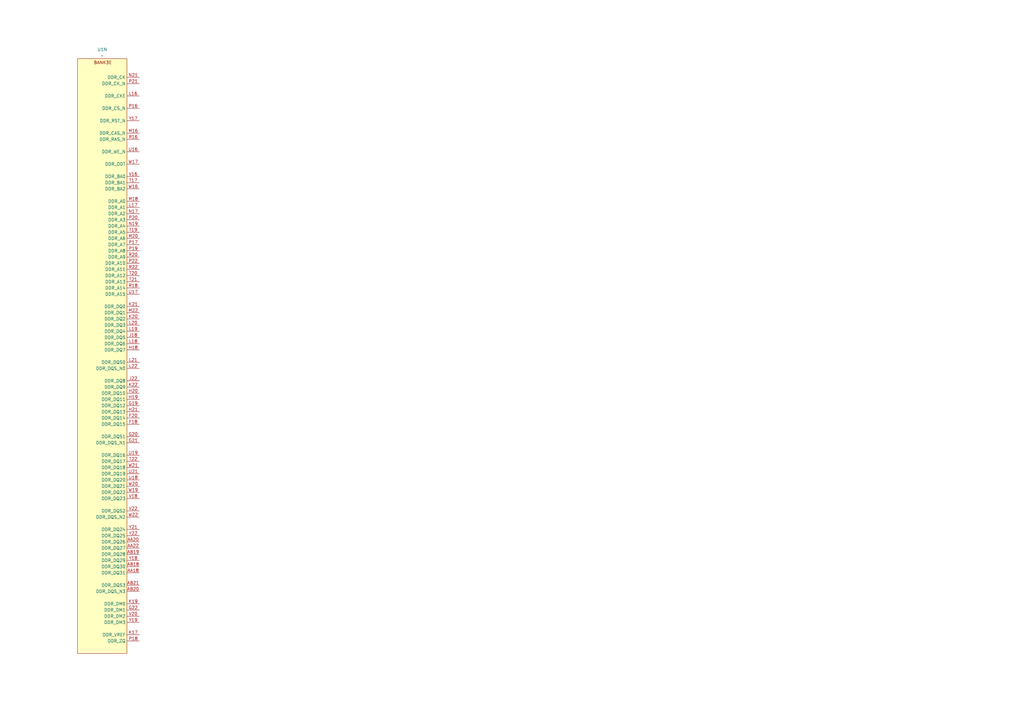
<source format=kicad_sch>
(kicad_sch (version 20231120) (generator "eeschema") (generator_version "8.0")
  (paper "A3")
  (lib_symbols
    (symbol "IC:T120F484"
      (property "Reference" "U" (at 3.81 -0.508 0))
      (symbol "T120F484_1_1"
        (rectangle (start 5.08 0) (end 20.32 -160.02) (fill (type background)))
        (text "GND" (at 12.7 -1.27 0) (effects (font (size 1.27 1.27))))
        (pin passive line (at 0 -2.54 0) (length 5.08) (name "GND") (number "A1"))
        (pin passive line (at 0 -5.08 0) (length 5.08) (name "GND") (number "A22"))
        (pin passive line (at 0 -7.62 0) (length 5.08) (name "GND") (number "AB1"))
        (pin passive line (at 0 -10.16 0) (length 5.08) (name "GND") (number "AB22"))
        (pin passive line (at 0 -12.7 0) (length 5.08) (name "GND") (number "B12"))
        (pin passive line (at 0 -15.24 0) (length 5.08) (name "GND") (number "B4"))
        (pin passive line (at 0 -17.78 0) (length 5.08) (name "GND") (number "D13"))
        (pin passive line (at 0 -20.32 0) (length 5.08) (name "GND") (number "D16"))
        (pin passive line (at 0 -22.86 0) (length 5.08) (name "GND") (number "D4"))
        (pin passive line (at 0 -25.4 0) (length 5.08) (name "GND") (number "D7"))
        (pin passive line (at 0 -27.94 0) (length 5.08) (name "GND") (number "E18"))
        (pin passive line (at 0 -30.48 0) (length 5.08) (name "GND") (number "E20"))
        (pin passive line (at 0 -33.02 0) (length 5.08) (name "GND") (number "F22"))
        (pin passive line (at 0 -35.56 0) (length 5.08) (name "GND") (number "H15"))
        (pin passive line (at 0 -38.1 0) (length 5.08) (name "GND") (number "H17"))
        (pin passive line (at 0 -40.64 0) (length 5.08) (name "GND") (number "H2"))
        (pin passive line (at 0 -43.18 0) (length 5.08) (name "GND") (number "H22"))
        (pin passive line (at 0 -45.72 0) (length 5.08) (name "GND") (number "H5"))
        (pin passive line (at 0 -48.26 0) (length 5.08) (name "GND") (number "J10"))
        (pin passive line (at 0 -50.8 0) (length 5.08) (name "GND") (number "J12"))
        (pin passive line (at 0 -53.34 0) (length 5.08) (name "GND") (number "J14"))
        (pin passive line (at 0 -55.88 0) (length 5.08) (name "GND") (number "J20"))
        (pin passive line (at 0 -58.42 0) (length 5.08) (name "GND") (number "K11"))
        (pin passive line (at 0 -60.96 0) (length 5.08) (name "GND") (number "K13"))
        (pin passive line (at 0 -63.5 0) (length 5.08) (name "GND") (number "K16"))
        (pin passive line (at 0 -66.04 0) (length 5.08) (name "GND") (number "K18"))
        (pin passive line (at 0 -68.58 0) (length 5.08) (name "GND") (number "K9"))
        (pin passive line (at 0 -71.12 0) (length 5.08) (name "GND") (number "L10"))
        (pin passive line (at 0 -73.66 0) (length 5.08) (name "GND") (number "L12"))
        (pin passive line (at 0 -76.2 0) (length 5.08) (name "GND") (number "L14"))
        (pin passive line (at 0 -78.74 0) (length 5.08) (name "GND") (number "L8"))
        (pin passive line (at 0 -81.28 0) (length 5.08) (name "GND") (number "M11"))
        (pin passive line (at 0 -83.82 0) (length 5.08) (name "GND") (number "M13"))
        (pin passive line (at 0 -86.36 0) (length 5.08) (name "GND") (number "M2"))
        (pin passive line (at 0 -88.9 0) (length 5.08) (name "GND") (number "M5"))
        (pin passive line (at 0 -91.44 0) (length 5.08) (name "GND") (number "M9"))
        (pin passive line (at 0 -93.98 0) (length 5.08) (name "GND") (number "N10"))
        (pin passive line (at 0 -96.52 0) (length 5.08) (name "GND") (number "N12"))
        (pin passive line (at 0 -99.06 0) (length 5.08) (name "GND") (number "N14"))
        (pin passive line (at 0 -101.6 0) (length 5.08) (name "GND") (number "N16"))
        (pin passive line (at 0 -104.14 0) (length 5.08) (name "GND") (number "N18"))
        (pin passive line (at 0 -106.68 0) (length 5.08) (name "GND") (number "N20"))
        (pin passive line (at 0 -109.22 0) (length 5.08) (name "GND") (number "N22"))
        (pin passive line (at 0 -111.76 0) (length 5.08) (name "GND") (number "N8"))
        (pin passive line (at 0 -114.3 0) (length 5.08) (name "GND") (number "P11"))
        (pin passive line (at 0 -116.84 0) (length 5.08) (name "GND") (number "P13"))
        (pin passive line (at 0 -119.38 0) (length 5.08) (name "GND") (number "P9"))
        (pin passive line (at 0 -121.92 0) (length 5.08) (name "GND") (number "T16"))
        (pin passive line (at 0 -124.46 0) (length 5.08) (name "GND") (number "T18"))
        (pin passive line (at 0 -127 0) (length 5.08) (name "GND") (number "T2"))
        (pin passive line (at 0 -129.54 0) (length 5.08) (name "GND") (number "T5"))
        (pin passive line (at 0 -132.08 0) (length 5.08) (name "GND") (number "T7"))
        (pin passive line (at 0 -134.62 0) (length 5.08) (name "GND") (number "U20"))
        (pin passive line (at 0 -137.16 0) (length 5.08) (name "GND") (number "U22"))
        (pin passive line (at 0 -139.7 0) (length 5.08) (name "GND") (number "W13"))
        (pin passive line (at 0 -142.24 0) (length 5.08) (name "GND") (number "W18"))
        (pin passive line (at 0 -144.78 0) (length 5.08) (name "GND") (number "Y11"))
        (pin passive line (at 0 -147.32 0) (length 5.08) (name "GND") (number "Y15"))
        (pin passive line (at 0 -149.86 0) (length 5.08) (name "GND") (number "Y2"))
        (pin passive line (at 0 -152.4 0) (length 5.08) (name "GND") (number "Y20"))
        (pin passive line (at 0 -154.94 0) (length 5.08) (name "GND") (number "Y5"))
        (pin passive line (at 0 -157.48 0) (length 5.08) (name "GND") (number "Y8"))
      )
      (symbol "T120F484_2_1"
        (rectangle (start -8.89 -3.81) (end 16.51 -160.02) (fill (type background)))
        (text "PWR" (at 3.81 -5.588 0) (effects (font (size 1.27 1.27))))
        (pin power_in line (at -13.97 -134.62 0) (length 5.08) (name "VCCIO4B") (number "AA14"))
        (pin power_in line (at -13.97 -24.13 0) (length 5.08) (name "VCCIO_DDR") (number "AA17"))
        (pin power_in line (at -13.97 -26.67 0) (length 5.08) (name "VCCIO_DDR") (number "AA19"))
        (pin power_in line (at -13.97 -29.21 0) (length 5.08) (name "VCCIO_DDR") (number "AA21"))
        (pin power_in line (at -13.97 -154.94 0) (length 5.08) (name "VCCIO4F") (number "AA4"))
        (pin power_in line (at -13.97 -124.46 0) (length 5.08) (name "VCCIO3D_TR_BR") (number "B18"))
        (pin power_in line (at -13.97 -93.98 0) (length 5.08) (name "VCCIO2A") (number "B3"))
        (pin power_in line (at -13.97 -114.3 0) (length 5.08) (name "VCCIO2E") (number "C14"))
        (pin power_in line (at -13.97 -119.38 0) (length 5.08) (name "VCCIO2F") (number "C17"))
        (pin power_in line (at -13.97 -127 0) (length 5.08) (name "VCCIO3D_TR_BR") (number "C20"))
        (pin power_in line (at -13.97 -99.06 0) (length 5.08) (name "VCCIO2B") (number "C8"))
        (pin power_in line (at -13.97 -104.14 0) (length 5.08) (name "VCCIO2C") (number "C9"))
        (pin power_in line (at -13.97 -109.22 0) (length 5.08) (name "VCCIO2D") (number "D12"))
        (pin power_in line (at -13.97 -16.51 0) (length 5.08) (name "VCCA_TR") (number "D17"))
        (pin power_in line (at -13.97 -96.52 0) (length 5.08) (name "VCCIO2A") (number "D3"))
        (pin power_in line (at -13.97 -13.97 0) (length 5.08) (name "VCCA_TL") (number "D5"))
        (pin power_in line (at -13.97 -101.6 0) (length 5.08) (name "VCCIO2B") (number "D6"))
        (pin power_in line (at -13.97 -19.05 0) (length 5.08) (name "VCCA_TR") (number "E17"))
        (pin power_in line (at -13.97 -111.76 0) (length 5.08) (name "VCCIO2D") (number "F11"))
        (pin power_in line (at -13.97 -116.84 0) (length 5.08) (name "VCCIO2E") (number "F14"))
        (pin power_in line (at -13.97 -31.75 0) (length 5.08) (name "VCCIO_DDR") (number "F19"))
        (pin power_in line (at -13.97 -88.9 0) (length 5.08) (name "VCCIO1F_1G") (number "F2"))
        (pin power_in line (at -13.97 -34.29 0) (length 5.08) (name "VCCIO_DDR") (number "F21"))
        (pin power_in line (at -13.97 -91.44 0) (length 5.08) (name "VCCIO1F_1G") (number "F3"))
        (pin power_in line (at -13.97 -106.68 0) (length 5.08) (name "VCCIO2C") (number "F9"))
        (pin power_in line (at -13.97 -121.92 0) (length 5.08) (name "VCCIO2F") (number "G16"))
        (pin power_in line (at -13.97 -36.83 0) (length 5.08) (name "VCCIO_DDR") (number "G18"))
        (pin power_in line (at 21.59 -6.35 180) (length 5.08) (name "VCC") (number "H10"))
        (pin power_in line (at 21.59 -8.89 180) (length 5.08) (name "VCC") (number "J11"))
        (pin power_in line (at 21.59 -11.43 180) (length 5.08) (name "VCC") (number "J13"))
        (pin power_in line (at 21.59 -13.97 180) (length 5.08) (name "VCC") (number "J15"))
        (pin power_in line (at -13.97 -39.37 0) (length 5.08) (name "VCCIO_DDR") (number "J17"))
        (pin power_in line (at -13.97 -41.91 0) (length 5.08) (name "VCCIO_DDR") (number "J19"))
        (pin power_in line (at -13.97 -44.45 0) (length 5.08) (name "VCCIO_DDR") (number "J21"))
        (pin power_in line (at -13.97 -83.82 0) (length 5.08) (name "VCCIO1D_1E") (number "J6"))
        (pin power_in line (at 21.59 -16.51 180) (length 5.08) (name "VCC") (number "J9"))
        (pin power_in line (at 21.59 -19.05 180) (length 5.08) (name "VCC") (number "K10"))
        (pin power_in line (at 21.59 -21.59 180) (length 5.08) (name "VCC") (number "K12"))
        (pin power_in line (at 21.59 -24.13 180) (length 5.08) (name "VCC") (number "K14"))
        (pin power_in line (at -13.97 -86.36 0) (length 5.08) (name "VCCIO1D_1E") (number "K3"))
        (pin power_in line (at 21.59 -26.67 180) (length 5.08) (name "VCC") (number "L11"))
        (pin power_in line (at 21.59 -29.21 180) (length 5.08) (name "VCC") (number "L13"))
        (pin power_in line (at 21.59 -31.75 180) (length 5.08) (name "VCC") (number "L9"))
        (pin power_in line (at 21.59 -34.29 180) (length 5.08) (name "VCC") (number "M10"))
        (pin power_in line (at 21.59 -36.83 180) (length 5.08) (name "VCC") (number "M12"))
        (pin power_in line (at 21.59 -39.37 180) (length 5.08) (name "VCC") (number "M14"))
        (pin power_in line (at -13.97 -46.99 0) (length 5.08) (name "VCCIO_DDR") (number "M17"))
        (pin power_in line (at -13.97 -49.53 0) (length 5.08) (name "VCCIO_DDR") (number "M19"))
        (pin power_in line (at -13.97 -52.07 0) (length 5.08) (name "VCCIO_DDR") (number "M21"))
        (pin power_in line (at 21.59 -41.91 180) (length 5.08) (name "VCC") (number "M8"))
        (pin power_in line (at 21.59 -44.45 180) (length 5.08) (name "VCC") (number "N11"))
        (pin power_in line (at 21.59 -46.99 180) (length 5.08) (name "VCC") (number "N13"))
        (pin power_in line (at -13.97 -8.89 0) (length 5.08) (name "VCCA_BR") (number "N15"))
        (pin power_in line (at -13.97 -76.2 0) (length 5.08) (name "VCCIO1B_1C") (number "N3"))
        (pin power_in line (at -13.97 -78.74 0) (length 5.08) (name "VCCIO1B_1C") (number "N6"))
        (pin power_in line (at 21.59 -49.53 180) (length 5.08) (name "VCC") (number "N9"))
        (pin power_in line (at 21.59 -52.07 180) (length 5.08) (name "VCC") (number "P10"))
        (pin power_in line (at 21.59 -54.61 180) (length 5.08) (name "VCC") (number "P12"))
        (pin power_in line (at 21.59 -57.15 180) (length 5.08) (name "VCC") (number "P14"))
        (pin power_in line (at -13.97 -11.43 0) (length 5.08) (name "VCCA_BR") (number "P15"))
        (pin power_in line (at 21.59 -59.69 180) (length 5.08) (name "VCC") (number "R11"))
        (pin power_in line (at -13.97 -54.61 0) (length 5.08) (name "VCCIO_DDR") (number "R17"))
        (pin power_in line (at -13.97 -57.15 0) (length 5.08) (name "VCCIO_DDR") (number "R19"))
        (pin power_in line (at -13.97 -59.69 0) (length 5.08) (name "VCCIO_DDR") (number "R21"))
        (pin power_in line (at -13.97 -81.28 0) (length 5.08) (name "VCCIO1B_1C") (number "R5"))
        (pin power_in line (at -13.97 -149.86 0) (length 5.08) (name "VCCIO4E") (number "R9"))
        (pin power_in line (at -13.97 -139.7 0) (length 5.08) (name "VCCIO4C") (number "T11"))
        (pin power_in line (at -13.97 -144.78 0) (length 5.08) (name "VCCIO4D") (number "T9"))
        (pin power_in line (at -13.97 -129.54 0) (length 5.08) (name "VCCIO4A") (number "U15"))
        (pin power_in line (at -13.97 -73.66 0) (length 5.08) (name "VCCIO1A") (number "U3"))
        (pin power_in line (at -13.97 -137.16 0) (length 5.08) (name "VCCIO4B") (number "V13"))
        (pin power_in line (at -13.97 -62.23 0) (length 5.08) (name "VCCIO_DDR") (number "V17"))
        (pin power_in line (at -13.97 -64.77 0) (length 5.08) (name "VCCIO_DDR") (number "V19"))
        (pin power_in line (at -13.97 -67.31 0) (length 5.08) (name "VCCIO_DDR") (number "V21"))
        (pin power_in line (at -13.97 -6.35 0) (length 5.08) (name "VCCA_BL") (number "W5"))
        (pin power_in line (at -13.97 -152.4 0) (length 5.08) (name "VCCIO4E") (number "W7"))
        (pin power_in line (at -13.97 -142.24 0) (length 5.08) (name "VCCIO4C") (number "Y12"))
        (pin power_in line (at -13.97 -132.08 0) (length 5.08) (name "VCCIO4A") (number "Y16"))
        (pin power_in line (at -13.97 -157.48 0) (length 5.08) (name "VCCIO4F") (number "Y3"))
        (pin power_in line (at -13.97 -147.32 0) (length 5.08) (name "VCCIO4D") (number "Y9"))
      )
      (symbol "T120F484_3_1"
        (rectangle (start 5.08 0) (end 33.02 -40.64) (fill (type background)))
        (text "BANK1A" (at 19.558 -1.27 0) (effects (font (size 1.27 1.27))))
        (pin input line (at 0 -30.48 0) (length 5.08) (name "TCK") (number "T1"))
        (pin output line (at 0 -35.56 0) (length 5.08) (name "TDO") (number "T3"))
        (pin bidirectional line (at 0 -27.94 0) (length 5.08) (name "GPIOL_13_CBUS2") (number "T4"))
        (pin input line (at 0 -38.1 0) (length 5.08) (name "TMS") (number "U1"))
        (pin input line (at 0 -33.02 0) (length 5.08) (name "TDI") (number "U2"))
        (pin bidirectional line (at 0 -22.86 0) (length 5.08) (name "GPIOL_11_CBUS0") (number "U4"))
        (pin bidirectional line (at 0 -15.24 0) (length 5.08) (name "GPIOL_05_CSO") (number "U5"))
        (pin bidirectional line (at 0 -25.4 0) (length 5.08) (name "GPIOL_12_CBUS1") (number "U6"))
        (pin bidirectional line (at 0 -20.32 0) (length 5.08) (name "GPIOL_09_CDI1") (number "V1"))
        (pin bidirectional line (at 0 -17.78 0) (length 5.08) (name "GPIOL_08_CDI0") (number "V2"))
        (pin bidirectional line (at 0 -7.62 0) (length 5.08) (name "GPIOL_00_SS_N") (number "V3"))
        (pin input line (at 0 -5.08 0) (length 5.08) (name "CRESET_N") (number "V4"))
        (pin output line (at 0 -2.54 0) (length 5.08) (name "CDONE") (number "V5"))
        (pin bidirectional line (at 0 -12.7 0) (length 5.08) (name "GPIOL_04_CSI") (number "V6"))
        (pin bidirectional line (at 0 -10.16 0) (length 5.08) (name "GPIOL_01_CCK") (number "W1"))
      )
      (symbol "T120F484_4_1"
        (rectangle (start 5.08 3.81) (end 30.48 -73.66) (fill (type background)))
        (text "BANK1B1C" (at 19.05 1.778 0) (effects (font (size 1.27 1.27))))
        (pin bidirectional line (at 0 -68.58 0) (length 5.08) (name "GPIOL_68_CLK2") (number "L1"))
        (pin bidirectional line (at 0 -71.12 0) (length 5.08) (name "GPIOL_69_CLK3") (number "L2"))
        (pin bidirectional line (at 0 -60.96 0) (length 5.08) (name "GPIOL_65_CTRL3") (number "M1"))
        (pin bidirectional line (at 0 -66.04 0) (length 5.08) (name "GPIOL_67_CLK1") (number "M3"))
        (pin bidirectional line (at 0 -58.42 0) (length 5.08) (name "GPIOL_64_CTRL2") (number "M4"))
        (pin bidirectional line (at 0 -63.5 0) (length 5.08) (name "GPIOL_66_CLK0") (number "M6"))
        (pin bidirectional line (at 0 -50.8 0) (length 5.08) (name "GPIOL_58") (number "M7"))
        (pin bidirectional line (at 0 -53.34 0) (length 5.08) (name "GPIOL_62_CTRL0") (number "N1"))
        (pin bidirectional line (at 0 -55.88 0) (length 5.08) (name "GPIOL_63_CTRL1") (number "N2"))
        (pin bidirectional line (at 0 -48.26 0) (length 5.08) (name "GPIOL_56") (number "N4"))
        (pin bidirectional line (at 0 -45.72 0) (length 5.08) (name "GPIOL_53") (number "N5"))
        (pin bidirectional line (at 0 -27.94 0) (length 5.08) (name "GPIOL_40") (number "N7"))
        (pin bidirectional line (at 0 -43.18 0) (length 5.08) (name "GPIOL_52") (number "P1"))
        (pin bidirectional line (at 0 -38.1 0) (length 5.08) (name "GPIOL_50") (number "P2"))
        (pin bidirectional line (at 0 -40.64 0) (length 5.08) (name "GPIOL_51") (number "P3"))
        (pin bidirectional line (at 0 -25.4 0) (length 5.08) (name "GPIOL_36") (number "P4"))
        (pin bidirectional line (at 0 -33.02 0) (length 5.08) (name "GPIOL_47") (number "P5"))
        (pin bidirectional line (at 0 -30.48 0) (length 5.08) (name "GPIOL_45") (number "P6"))
        (pin bidirectional line (at 0 -22.86 0) (length 5.08) (name "GPIOL_24_CDI7") (number "P7"))
        (pin bidirectional line (at 0 -20.32 0) (length 5.08) (name "GPIOL_22_CDI6") (number "P8"))
        (pin bidirectional line (at 0 -35.56 0) (length 5.08) (name "GPIOL_49") (number "R1"))
        (pin bidirectional line (at 0 -5.08 0) (length 5.08) (name "GPIOL_15_PLLIN0") (number "R2"))
        (pin bidirectional line (at 0 -10.16 0) (length 5.08) (name "GPIOL_17_EXTFB0") (number "R3"))
        (pin bidirectional line (at 0 -15.24 0) (length 5.08) (name "GPIOL_19_PLLIN1") (number "R4"))
        (pin bidirectional line (at 0 -17.78 0) (length 5.08) (name "GPIOL_20_CDI5") (number "R6"))
        (pin bidirectional line (at 0 -12.7 0) (length 5.08) (name "GPIOL_18_CDI4") (number "R7"))
        (pin bidirectional line (at 0 -7.62 0) (length 5.08) (name "GPIOL_16_CDI3") (number "R8"))
        (pin bidirectional line (at 0 -2.54 0) (length 5.08) (name "GPIOL_14_CDI2") (number "T6"))
      )
      (symbol "T120F484_5_1"
        (rectangle (start 5.08 5.08) (end 26.67 -48.26) (fill (type background)))
        (text "BANK1D1E" (at 16.256 2.794 0) (effects (font (size 1.27 1.27))))
        (pin bidirectional line (at 0 -45.72 0) (length 5.08) (name "GPIOL_117") (number "J2"))
        (pin bidirectional line (at 0 -38.1 0) (length 5.08) (name "GPIOL_91") (number "J3"))
        (pin bidirectional line (at 0 -33.02 0) (length 5.08) (name "GPIOL_88") (number "J4"))
        (pin bidirectional line (at 0 -27.94 0) (length 5.08) (name "GPIOL_85") (number "J5"))
        (pin bidirectional line (at 0 -40.64 0) (length 5.08) (name "GPIOL_115") (number "J7"))
        (pin bidirectional line (at 0 -43.18 0) (length 5.08) (name "GPIOL_116") (number "J8"))
        (pin bidirectional line (at 0 -30.48 0) (length 5.08) (name "GPIOL_87") (number "K1"))
        (pin bidirectional line (at 0 -35.56 0) (length 5.08) (name "GPIOL_89") (number "K2"))
        (pin bidirectional line (at 0 -22.86 0) (length 5.08) (name "GPIOL_79") (number "K4"))
        (pin bidirectional line (at 0 -25.4 0) (length 5.08) (name "GPIOL_81") (number "K5"))
        (pin bidirectional line (at 0 -20.32 0) (length 5.08) (name "GPIOL_77_CTRL7") (number "K6"))
        (pin bidirectional line (at 0 -17.78 0) (length 5.08) (name "GPIOL_76_CTRL6") (number "K7"))
        (pin bidirectional line (at 0 -15.24 0) (length 5.08) (name "GPIOL_75_CTRL5") (number "K8"))
        (pin bidirectional line (at 0 -10.16 0) (length 5.08) (name "GPIOL_73_CLK7") (number "L3"))
        (pin bidirectional line (at 0 -12.7 0) (length 5.08) (name "GPIOL_74_CTRL4") (number "L4"))
        (pin bidirectional line (at 0 -5.08 0) (length 5.08) (name "GPIOL_71_CLK5") (number "L5"))
        (pin bidirectional line (at 0 -7.62 0) (length 5.08) (name "GPIOL_72_CLK6") (number "L6"))
        (pin bidirectional line (at 0 -2.54 0) (length 5.08) (name "GPIOL_70_CLK4") (number "L7"))
      )
      (symbol "T120F484_6_1"
        (rectangle (start 5.08 3.81) (end 33.02 -50.8) (fill (type background)))
        (text "BANK1F1G" (at 18.796 2.54 0) (effects (font (size 1.27 1.27))))
        (pin bidirectional line (at 0 -39.37 0) (length 5.08) (name "GPIOL_157_CBSEL1") (number "E2"))
        (pin bidirectional line (at 0 -41.91 0) (length 5.08) (name "GPIOL_160_PLLIN1") (number "E3"))
        (pin bidirectional line (at 0 -46.99 0) (length 5.08) (name "GPIOL_164_PLLIN0") (number "E4"))
        (pin bidirectional line (at 0 -44.45 0) (length 5.08) (name "GPIOL_162_EXTFB") (number "E5"))
        (pin bidirectional line (at 0 -34.29 0) (length 5.08) (name "GPIOL_151_TEST_N") (number "F1"))
        (pin bidirectional line (at 0 -36.83 0) (length 5.08) (name "GPIOL_156_CBSEL0") (number "F4"))
        (pin bidirectional line (at 0 -31.75 0) (length 5.08) (name "GPIOL_150_NSTATUS") (number "F5"))
        (pin bidirectional line (at 0 -19.05 0) (length 5.08) (name "GPIOL_136") (number "G1"))
        (pin bidirectional line (at 0 -26.67 0) (length 5.08) (name "GPIOL_142") (number "G2"))
        (pin bidirectional line (at 0 -24.13 0) (length 5.08) (name "GPIOL_141") (number "G3"))
        (pin bidirectional line (at 0 -21.59 0) (length 5.08) (name "GPIOL_138") (number "G4"))
        (pin bidirectional line (at 0 -29.21 0) (length 5.08) (name "GPIOL_147") (number "G5"))
        (pin bidirectional line (at 0 -16.51 0) (length 5.08) (name "GPIOL_134") (number "G6"))
        (pin bidirectional line (at 0 -13.97 0) (length 5.08) (name "GPIOL_133") (number "H1"))
        (pin bidirectional line (at 0 -11.43 0) (length 5.08) (name "GPIOL_131") (number "H3"))
        (pin bidirectional line (at 0 -6.35 0) (length 5.08) (name "GPIOL_121") (number "H4"))
        (pin bidirectional line (at 0 -8.89 0) (length 5.08) (name "GPIOL_123") (number "H6"))
        (pin bidirectional line (at 0 -3.81 0) (length 5.08) (name "GPIOL_119") (number "J1"))
      )
      (symbol "T120F484_7_1"
        (rectangle (start 5.08 3.81) (end 25.4 -39.37) (fill (type background)))
        (text "BANK2A" (at 16.256 2.794 0) (effects (font (size 1.27 1.27))))
        (pin bidirectional line (at 0 -21.59 0) (length 5.08) (name "GPIOT_TXP05") (number "A2"))
        (pin bidirectional line (at 0 -29.21 0) (length 5.08) (name "GPIOT_TXN06") (number "A3"))
        (pin bidirectional line (at 0 -26.67 0) (length 5.08) (name "GPIOT_TXP06") (number "A4"))
        (pin bidirectional line (at 0 -31.75 0) (length 5.08) (name "GPIOT_TXP07") (number "A5"))
        (pin bidirectional line (at 0 -19.05 0) (length 5.08) (name "GPIOT_TXN04") (number "B1"))
        (pin bidirectional line (at 0 -24.13 0) (length 5.08) (name "GPIOT_TXN05") (number "B2"))
        (pin bidirectional line (at 0 -34.29 0) (length 5.08) (name "GPIOT_TXN07") (number "B5"))
        (pin bidirectional line (at 0 -16.51 0) (length 5.08) (name "GPIOT_TXP04") (number "C1"))
        (pin bidirectional line (at 0 -8.89 0) (length 5.08) (name "GPIOT_TXN02") (number "C2"))
        (pin bidirectional line (at 0 -11.43 0) (length 5.08) (name "GPIOT_TXP03") (number "C3"))
        (pin bidirectional line (at 0 -13.97 0) (length 5.08) (name "GPIOT_TXN03") (number "C4"))
        (pin passive line (at 0 -36.83 0) (length 5.08) (name "REF_RES_2A") (number "C5"))
        (pin bidirectional line (at 0 -1.27 0) (length 5.08) (name "GPIOT_TXP01") (number "D1"))
        (pin bidirectional line (at 0 -6.35 0) (length 5.08) (name "GPIOT_TXP02") (number "D2"))
        (pin bidirectional line (at 0 -3.81 0) (length 5.08) (name "GPIOT_TXN01") (number "E1"))
      )
      (symbol "T120F484_8_1"
        (rectangle (start 6.35 2.54) (end 27.94 -46.99) (fill (type background)))
        (text "BANK2B" (at 17.78 0.762 0) (effects (font (size 1.27 1.27))))
        (pin bidirectional line (at 1.27 -13.97 0) (length 5.08) (name "GPIOT_TXP12") (number "A6"))
        (pin bidirectional line (at 1.27 -24.13 0) (length 5.08) (name "GPIOT_TXP14") (number "A7"))
        (pin bidirectional line (at 1.27 -41.91 0) (length 5.08) (name "GPIOT_TXN18") (number "A8"))
        (pin bidirectional line (at 1.27 -16.51 0) (length 5.08) (name "GPIOT_TXN12") (number "B6"))
        (pin bidirectional line (at 1.27 -26.67 0) (length 5.08) (name "GPIOT_TXN14") (number "B7"))
        (pin bidirectional line (at 1.27 -39.37 0) (length 5.08) (name "GPIOT_TXP18") (number "B8"))
        (pin bidirectional line (at 1.27 -3.81 0) (length 5.08) (name "GPIOT_TXP10") (number "C6"))
        (pin bidirectional line (at 1.27 -6.35 0) (length 5.08) (name "GPIOT_TXN10") (number "C7"))
        (pin passive line (at 1.27 -44.45 0) (length 5.08) (name "REF_RES_2B") (number "D8"))
        (pin bidirectional line (at 1.27 -11.43 0) (length 5.08) (name "GPIOT_TXN11") (number "E6"))
        (pin bidirectional line (at 1.27 -19.05 0) (length 5.08) (name "GPIOT_TXP13") (number "E7"))
        (pin bidirectional line (at 1.27 -34.29 0) (length 5.08) (name "GPIOT_TXP16") (number "E8"))
        (pin bidirectional line (at 1.27 -8.89 0) (length 5.08) (name "GPIOT_TXP11") (number "F6"))
        (pin bidirectional line (at 1.27 -21.59 0) (length 5.08) (name "GPIOT_TXN13") (number "F7"))
        (pin bidirectional line (at 1.27 -36.83 0) (length 5.08) (name "GPIOT_TXN16") (number "F8"))
        (pin bidirectional line (at 1.27 -29.21 0) (length 5.08) (name "GPIOT_TXP15") (number "G7"))
        (pin bidirectional line (at 1.27 -31.75 0) (length 5.08) (name "GPIOT_TXN15") (number "H7"))
      )
      (symbol "T120F484_9_1"
        (rectangle (start 5.08 2.54) (end 25.4 -41.91) (fill (type background)))
        (text "BANK2C" (at 15.494 0.508 0) (effects (font (size 1.27 1.27))))
        (pin bidirectional line (at 0 -29.21 0) (length 5.08) (name "GPIOT_TXP25") (number "A10"))
        (pin bidirectional line (at 0 -19.05 0) (length 5.08) (name "GPIOT_TXP23") (number "A9"))
        (pin bidirectional line (at 0 -31.75 0) (length 5.08) (name "GPIOT_TXN25") (number "B10"))
        (pin bidirectional line (at 0 -21.59 0) (length 5.08) (name "GPIOT_TXN23") (number "B9"))
        (pin passive line (at 0 -39.37 0) (length 5.08) (name "REF_RES_2C") (number "C10"))
        (pin bidirectional line (at 0 -24.13 0) (length 5.08) (name "GPIOT_TXP24") (number "D10"))
        (pin bidirectional line (at 0 -11.43 0) (length 5.08) (name "GPIOT_TXN21") (number "D9"))
        (pin bidirectional line (at 0 -26.67 0) (length 5.08) (name "GPIOT_TXN24") (number "E10"))
        (pin bidirectional line (at 0 -8.89 0) (length 5.08) (name "GPIOT_TXP21") (number "E9"))
        (pin bidirectional line (at 0 -34.29 0) (length 5.08) (name "GPIOT_TXP26") (number "F10"))
        (pin bidirectional line (at 0 -36.83 0) (length 5.08) (name "GPIOT_TXN26") (number "G10"))
        (pin bidirectional line (at 0 -6.35 0) (length 5.08) (name "GPIOT_TXN20") (number "G8"))
        (pin bidirectional line (at 0 -13.97 0) (length 5.08) (name "GPIOT_TXP22") (number "G9"))
        (pin bidirectional line (at 0 -3.81 0) (length 5.08) (name "GPIOT_TXP20") (number "H8"))
        (pin bidirectional line (at 0 -16.51 0) (length 5.08) (name "GPIOT_TXN22") (number "H9"))
      )
      (symbol "T120F484_10_1"
        (rectangle (start 5.08 0) (end 30.48 -36.83) (fill (type background)))
        (text "BANK2D" (at 17.78 -1.524 0) (effects (font (size 1.27 1.27))))
        (pin bidirectional line (at 0 -6.35 0) (length 5.08) (name "GPIOT_RXP01") (number "A11"))
        (pin bidirectional line (at 0 -8.89 0) (length 5.08) (name "GPIOT_TXN01") (number "B11"))
        (pin bidirectional line (at 0 -21.59 0) (length 5.08) (name "GPIOT_RXP04") (number "C11"))
        (pin bidirectional line (at 0 -24.13 0) (length 5.08) (name "GPIOT_RXN04") (number "C12"))
        (pin bidirectional line (at 0 -13.97 0) (length 5.08) (name "GPIOT_RXN02") (number "D11"))
        (pin bidirectional line (at 0 -11.43 0) (length 5.08) (name "GPIOT_RXP02") (number "E11"))
        (pin bidirectional line (at 0 -34.29 0) (length 5.08) (name "GPIOT_RXN09_CLKN0") (number "E12"))
        (pin bidirectional line (at 0 -31.75 0) (length 5.08) (name "GPIOT_RXP09_CLKP0") (number "F12"))
        (pin bidirectional line (at 0 -16.51 0) (length 5.08) (name "GPIOT_RXP03") (number "G11"))
        (pin bidirectional line (at 0 -29.21 0) (length 5.08) (name "GPIOT_RXN08_EXTFB0") (number "G12"))
        (pin bidirectional line (at 0 -19.05 0) (length 5.08) (name "GPIOT_RXN03") (number "H11"))
        (pin bidirectional line (at 0 -26.67 0) (length 5.08) (name "GPIOT_RXP08_EXTFB0") (number "H12"))
      )
      (symbol "T120F484_11_1"
        (rectangle (start 5.08 0) (end 29.21 -45.72) (fill (type background)))
        (text "BANK2E" (at 16.256 -1.778 0) (effects (font (size 1.27 1.27))))
        (pin bidirectional line (at 0 -5.08 0) (length 5.08) (name "GPIOT_RXP11") (number "A12"))
        (pin bidirectional line (at 0 -7.62 0) (length 5.08) (name "GPIOT_RXN11") (number "A13"))
        (pin bidirectional line (at 0 -27.94 0) (length 5.08) (name "GPIOT_RXN15") (number "A14"))
        (pin bidirectional line (at 0 -38.1 0) (length 5.08) (name "GPIOT_RXN18_EXTFB1") (number "A15"))
        (pin bidirectional line (at 0 -15.24 0) (length 5.08) (name "GPIOT_RXP13") (number "B13"))
        (pin bidirectional line (at 0 -25.4 0) (length 5.08) (name "GPIOT_RXP15") (number "B14"))
        (pin bidirectional line (at 0 -35.56 0) (length 5.08) (name "GPIOT_RXP18_EXTFB1") (number "B15"))
        (pin bidirectional line (at 0 -17.78 0) (length 5.08) (name "GPIOT_RXN13") (number "C13"))
        (pin bidirectional line (at 0 -43.18 0) (length 5.08) (name "GPIOT_RXN19_CLKN1") (number "D14"))
        (pin bidirectional line (at 0 -22.86 0) (length 5.08) (name "GPIOT_RXN14") (number "E13"))
        (pin bidirectional line (at 0 -40.64 0) (length 5.08) (name "GPIOT_RXP19_CLKP1") (number "E14"))
        (pin bidirectional line (at 0 -20.32 0) (length 5.08) (name "GPIOT_RXP14") (number "F13"))
        (pin bidirectional line (at 0 -12.7 0) (length 5.08) (name "GPIOT_RXN12") (number "G13"))
        (pin bidirectional line (at 0 -30.48 0) (length 5.08) (name "GPIOT_RXP16") (number "G14"))
        (pin bidirectional line (at 0 -10.16 0) (length 5.08) (name "GPIOT_RXP12") (number "H13"))
        (pin bidirectional line (at 0 -33.02 0) (length 5.08) (name "GPIOT_RXN16") (number "H14"))
      )
      (symbol "T120F484_12_1"
        (rectangle (start 5.08 1.27) (end 29.21 -45.72) (fill (type background)))
        (text "BANK2F" (at 16.51 -0.254 0) (effects (font (size 1.27 1.27))))
        (pin bidirectional line (at 0 -5.08 0) (length 5.08) (name "GPIOT_RXP20") (number "A16"))
        (pin bidirectional line (at 0 -10.16 0) (length 5.08) (name "GPIOT_RXP21") (number "A17"))
        (pin bidirectional line (at 0 -7.62 0) (length 5.08) (name "GPIOT_RXN20") (number "B16"))
        (pin bidirectional line (at 0 -12.7 0) (length 5.08) (name "GPIOT_RXN21") (number "B17"))
        (pin bidirectional line (at 0 -22.86 0) (length 5.08) (name "GPIOT_RXN23") (number "C15"))
        (pin bidirectional line (at 0 -20.32 0) (length 5.08) (name "GPIOT_RXP23") (number "C16"))
        (pin bidirectional line (at 0 -17.78 0) (length 5.08) (name "GPIOT_RXN22") (number "D15"))
        (pin bidirectional line (at 0 -15.24 0) (length 5.08) (name "GPIOT_RXP22") (number "E15"))
        (pin bidirectional line (at 0 -38.1 0) (length 5.08) (name "GPIOT_RXN28_EXTFB2") (number "E16"))
        (pin bidirectional line (at 0 -27.94 0) (length 5.08) (name "GPIOT_RXN24") (number "F15"))
        (pin bidirectional line (at 0 -35.56 0) (length 5.08) (name "GPIOT_RXP28_EXTFB2") (number "F16"))
        (pin bidirectional line (at 0 -43.18 0) (length 5.08) (name "GPIOT_RXN29_CLKN2") (number "F17"))
        (pin bidirectional line (at 0 -25.4 0) (length 5.08) (name "GPIOT_RXP24") (number "G15"))
        (pin bidirectional line (at 0 -40.64 0) (length 5.08) (name "GPIOT_RXP28_CLKP2") (number "G17"))
        (pin bidirectional line (at 0 -33.02 0) (length 5.08) (name "GPIOT_RXN27") (number "H16"))
        (pin bidirectional line (at 0 -30.48 0) (length 5.08) (name "GPIOT_RXP27") (number "J16"))
      )
      (symbol "T120F484_13_1"
        (rectangle (start 5.08 2.54) (end 30.48 -44.45) (fill (type background)))
        (text "BANK3D" (at 18.034 0.762 0) (effects (font (size 1.27 1.27))))
        (pin bidirectional line (at 0 -13.97 0) (length 5.08) (name "GPIOR_173_CLK15") (number "A20"))
        (pin bidirectional line (at 0 -19.05 0) (length 5.08) (name "GPIOR_176_CLK13") (number "A21"))
        (pin bidirectional line (at 0 -8.89 0) (length 5.08) (name "GPIOR_172_CTRL13") (number "B19"))
        (pin bidirectional line (at 0 -16.51 0) (length 5.08) (name "GPIOR_175_CLK14") (number "B20"))
        (pin bidirectional line (at 0 -21.59 0) (length 5.08) (name "GPIOR_177_CLK12") (number "B21"))
        (pin bidirectional line (at 0 -29.21 0) (length 5.08) (name "GPIOR_180_CLK9") (number "B22"))
        (pin bidirectional line (at 0 -6.35 0) (length 5.08) (name "GPIOR_171_CTRL14") (number "C19"))
        (pin bidirectional line (at 0 -24.13 0) (length 5.08) (name "GPIOR_178_CLK11") (number "C21"))
        (pin bidirectional line (at 0 -34.29 0) (length 5.08) (name "GPIOR_182_CTRL11") (number "C22"))
        (pin bidirectional line (at 0 -11.43 0) (length 5.08) (name "GPIOR_173_CTRL12") (number "D19"))
        (pin bidirectional line (at 0 -26.67 0) (length 5.08) (name "GPIOR_179_CLK10") (number "D20"))
        (pin bidirectional line (at 0 -39.37 0) (length 5.08) (name "GPIOR_184_CTRL9") (number "D21"))
        (pin bidirectional line (at 0 -36.83 0) (length 5.08) (name "CPIOR_183_CTRL10") (number "D22"))
        (pin bidirectional line (at 0 -3.81 0) (length 5.08) (name "GPIOR_170_CTRL15") (number "E19"))
        (pin bidirectional line (at 0 -31.75 0) (length 5.08) (name "GPIOR_181_CLK8") (number "E21"))
        (pin bidirectional line (at 0 -41.91 0) (length 5.08) (name "GPIOR_185_CTRL8") (number "E22"))
      )
      (symbol "T120F484_14_1"
        (rectangle (start -8.89 -241.3) (end 11.43 2.54) (fill (type background)))
        (text "BANK3E" (at 1.524 1.016 0) (effects (font (size 1.27 1.27))))
        (pin bidirectional line (at 16.51 -208.28 180) (length 5.08) (name "DDR_DQ31") (number "AA18"))
        (pin bidirectional line (at 16.51 -195.58 180) (length 5.08) (name "DDR_DQ26") (number "AA20"))
        (pin bidirectional line (at 16.51 -198.12 180) (length 5.08) (name "DDR_DQ27") (number "AA22"))
        (pin bidirectional line (at 16.51 -205.74 180) (length 5.08) (name "DDR_DQ30") (number "AB18"))
        (pin bidirectional line (at 16.51 -200.66 180) (length 5.08) (name "DDR_DQ28") (number "AB19"))
        (pin bidirectional line (at 16.51 -215.9 180) (length 5.08) (name "DDR_DQS_N3") (number "AB20"))
        (pin bidirectional line (at 16.51 -213.36 180) (length 5.08) (name "DDR_DQS3") (number "AB21"))
        (pin bidirectional line (at 16.51 -147.32 180) (length 5.08) (name "DDR_DQ15") (number "F18"))
        (pin bidirectional line (at 16.51 -144.78 180) (length 5.08) (name "DDR_DQ14") (number "F20"))
        (pin bidirectional line (at 16.51 -139.7 180) (length 5.08) (name "DDR_DQ12") (number "G19"))
        (pin bidirectional line (at 16.51 -152.4 180) (length 5.08) (name "DDR_DQS1") (number "G20"))
        (pin bidirectional line (at 16.51 -154.94 180) (length 5.08) (name "DDR_DQS_N1") (number "G21"))
        (pin output line (at 16.51 -223.52 180) (length 5.08) (name "DDR_DM1") (number "G22"))
        (pin bidirectional line (at 16.51 -116.84 180) (length 5.08) (name "DDR_DQ7") (number "H18"))
        (pin bidirectional line (at 16.51 -137.16 180) (length 5.08) (name "DDR_DQ11") (number "H19"))
        (pin bidirectional line (at 16.51 -134.62 180) (length 5.08) (name "DDR_DQ10") (number "H20"))
        (pin bidirectional line (at 16.51 -142.24 180) (length 5.08) (name "DDR_DQ13") (number "H21"))
        (pin bidirectional line (at 16.51 -111.76 180) (length 5.08) (name "DDR_DQ5") (number "J18"))
        (pin bidirectional line (at 16.51 -129.54 180) (length 5.08) (name "DDR_DQ8") (number "J22"))
        (pin bidirectional line (at 16.51 -233.68 180) (length 5.08) (name "DDR_VREF") (number "K17"))
        (pin output line (at 16.51 -220.98 180) (length 5.08) (name "DDR_DM0") (number "K19"))
        (pin bidirectional line (at 16.51 -104.14 180) (length 5.08) (name "DDR_DQ2") (number "K20"))
        (pin bidirectional line (at 16.51 -99.06 180) (length 5.08) (name "DDR_DQ0") (number "K21"))
        (pin bidirectional line (at 16.51 -132.08 180) (length 5.08) (name "DDR_DQ9") (number "K22"))
        (pin output line (at 16.51 -12.7 180) (length 5.08) (name "DDR_CKE") (number "L16"))
        (pin output line (at 16.51 -58.42 180) (length 5.08) (name "DDR_A1") (number "L17"))
        (pin bidirectional line (at 16.51 -114.3 180) (length 5.08) (name "DDR_DQ6") (number "L18"))
        (pin bidirectional line (at 16.51 -109.22 180) (length 5.08) (name "DDR_DQ4") (number "L19"))
        (pin bidirectional line (at 16.51 -106.68 180) (length 5.08) (name "DDR_DQ3") (number "L20"))
        (pin bidirectional line (at 16.51 -121.92 180) (length 5.08) (name "DDR_DQS0") (number "L21"))
        (pin bidirectional line (at 16.51 -124.46 180) (length 5.08) (name "DDR_DQS_N0") (number "L22"))
        (pin output line (at 16.51 -27.94 180) (length 5.08) (name "DDR_CAS_N") (number "M16"))
        (pin output line (at 16.51 -55.88 180) (length 5.08) (name "DDR_A0") (number "M18"))
        (pin output line (at 16.51 -71.12 180) (length 5.08) (name "DDR_A6") (number "M20"))
        (pin bidirectional line (at 16.51 -101.6 180) (length 5.08) (name "DDR_DQ1") (number "M22"))
        (pin output line (at 16.51 -60.96 180) (length 5.08) (name "DDR_A2") (number "N17"))
        (pin output line (at 16.51 -66.04 180) (length 5.08) (name "DDR_A4") (number "N19"))
        (pin output line (at 16.51 -5.08 180) (length 5.08) (name "DDR_CK") (number "N21"))
        (pin output line (at 16.51 -17.78 180) (length 5.08) (name "DDR_CS_N") (number "P16"))
        (pin output line (at 16.51 -73.66 180) (length 5.08) (name "DDR_A7") (number "P17"))
        (pin output line (at 16.51 -236.22 180) (length 5.08) (name "DDR_ZQ") (number "P18"))
        (pin output line (at 16.51 -76.2 180) (length 5.08) (name "DDR_A8") (number "P19"))
        (pin output line (at 16.51 -63.5 180) (length 5.08) (name "DDR_A3") (number "P20"))
        (pin output line (at 16.51 -7.62 180) (length 5.08) (name "DDR_CK_N") (number "P21"))
        (pin output line (at 16.51 -81.28 180) (length 5.08) (name "DDR_A10") (number "P22"))
        (pin output line (at 16.51 -30.48 180) (length 5.08) (name "DDR_RAS_N") (number "R16"))
        (pin output line (at 16.51 -91.44 180) (length 5.08) (name "DDR_A14") (number "R18"))
        (pin output line (at 16.51 -78.74 180) (length 5.08) (name "DDR_A9") (number "R20"))
        (pin output line (at 16.51 -83.82 180) (length 5.08) (name "DDR_A11") (number "R22"))
        (pin output line (at 16.51 -48.26 180) (length 5.08) (name "DDR_BA1") (number "T17"))
        (pin output line (at 16.51 -68.58 180) (length 5.08) (name "DDR_A5") (number "T19"))
        (pin output line (at 16.51 -86.36 180) (length 5.08) (name "DDR_A12") (number "T20"))
        (pin output line (at 16.51 -88.9 180) (length 5.08) (name "DDR_A13") (number "T21"))
        (pin bidirectional line (at 16.51 -162.56 180) (length 5.08) (name "DDR_DQ17") (number "T22"))
        (pin output line (at 16.51 -35.56 180) (length 5.08) (name "DDR_WE_N") (number "U16"))
        (pin output line (at 16.51 -93.98 180) (length 5.08) (name "DDR_A15") (number "U17"))
        (pin bidirectional line (at 16.51 -170.18 180) (length 5.08) (name "DDR_DQ20") (number "U18"))
        (pin bidirectional line (at 16.51 -160.02 180) (length 5.08) (name "DDR_DQ16") (number "U19"))
        (pin bidirectional line (at 16.51 -167.64 180) (length 5.08) (name "DDR_DQ19") (number "U21"))
        (pin output line (at 16.51 -45.72 180) (length 5.08) (name "DDR_BA0") (number "V16"))
        (pin bidirectional line (at 16.51 -177.8 180) (length 5.08) (name "DDR_DQ23") (number "V18"))
        (pin output line (at 16.51 -226.06 180) (length 5.08) (name "DDR_DM2") (number "V20"))
        (pin bidirectional line (at 16.51 -182.88 180) (length 5.08) (name "DDR_DQS2") (number "V22"))
        (pin output line (at 16.51 -50.8 180) (length 5.08) (name "DDR_BA2") (number "W16"))
        (pin output line (at 16.51 -40.64 180) (length 5.08) (name "DDR_ODT") (number "W17"))
        (pin bidirectional line (at 16.51 -175.26 180) (length 5.08) (name "DDR_DQ22") (number "W19"))
        (pin bidirectional line (at 16.51 -172.72 180) (length 5.08) (name "DDR_DQ21") (number "W20"))
        (pin bidirectional line (at 16.51 -165.1 180) (length 5.08) (name "DDR_DQ18") (number "W21"))
        (pin bidirectional line (at 16.51 -185.42 180) (length 5.08) (name "DDR_DQS_N2") (number "W22"))
        (pin output line (at 16.51 -22.86 180) (length 5.08) (name "DDR_RST_N") (number "Y17"))
        (pin bidirectional line (at 16.51 -203.2 180) (length 5.08) (name "DDR_DQ29") (number "Y18"))
        (pin output line (at 16.51 -228.6 180) (length 5.08) (name "DDR_DM3") (number "Y19"))
        (pin bidirectional line (at 16.51 -190.5 180) (length 5.08) (name "DDR_DQ24") (number "Y21"))
        (pin bidirectional line (at 16.51 -193.04 180) (length 5.08) (name "DDR_DQ25") (number "Y22"))
      )
      (symbol "T120F484_15_1"
        (rectangle (start 5.08 1.27) (end 31.75 -24.13) (fill (type background)))
        (text "BANK4A" (at 19.05 -0.254 0) (effects (font (size 1.27 1.27))))
        (pin bidirectional line (at 0 -6.35 0) (length 5.08) (name "GPIOB_RXN20") (number "AA15"))
        (pin bidirectional line (at 0 -3.81 0) (length 5.08) (name "GPIOB_RXP20") (number "AA16"))
        (pin bidirectional line (at 0 -13.97 0) (length 5.08) (name "GPIOB_RXP28_EXTFB2") (number "AB16"))
        (pin bidirectional line (at 0 -16.51 0) (length 5.08) (name "GPIOB_RXN28_EXTFB2") (number "AB17"))
        (pin bidirectional line (at 0 -11.43 0) (length 5.08) (name "GPIOB_RXN21") (number "R15"))
        (pin bidirectional line (at 0 -8.89 0) (length 5.08) (name "GPIOB_RXP21") (number "T15"))
        (pin bidirectional line (at 0 -19.05 0) (length 5.08) (name "GPIOB_RXP29_CLKP2") (number "V15"))
        (pin bidirectional line (at 0 -21.59 0) (length 5.08) (name "GPIOB_RXN29_CLKN2") (number "W15"))
      )
      (symbol "T120F484_16_1"
        (rectangle (start 5.08 2.54) (end 31.75 -40.64) (fill (type background)))
        (text "BANK4B" (at 18.034 1.016 0) (effects (font (size 1.27 1.27))))
        (pin bidirectional line (at 0 -6.35 0) (length 5.08) (name "GPIOB_RXN10") (number "AA13"))
        (pin bidirectional line (at 0 -3.81 0) (length 5.08) (name "GPIOB_RXP10") (number "AB13"))
        (pin bidirectional line (at 0 -16.51 0) (length 5.08) (name "GPIOB_RXN14") (number "AB14"))
        (pin bidirectional line (at 0 -13.97 0) (length 5.08) (name "GPIOB_RXP14") (number "AB15"))
        (pin bidirectional line (at 0 -21.59 0) (length 5.08) (name "GPIOB_RXN15") (number "R13"))
        (pin bidirectional line (at 0 -19.05 0) (length 5.08) (name "GPIOB_RXP15") (number "R14"))
        (pin bidirectional line (at 0 -8.89 0) (length 5.08) (name "GPIOB_RXP12") (number "T13"))
        (pin bidirectional line (at 0 -29.21 0) (length 5.08) (name "GPIOB_RXP18_EXTFB1") (number "T14"))
        (pin bidirectional line (at 0 -11.43 0) (length 5.08) (name "GPIOB_RXN12") (number "U13"))
        (pin bidirectional line (at 0 -31.75 0) (length 5.08) (name "GPIOB_RXN18_EXTFB1") (number "U14"))
        (pin bidirectional line (at 0 -34.29 0) (length 5.08) (name "GPIOB_RXP19_CLKP1") (number "V14"))
        (pin bidirectional line (at 0 -36.83 0) (length 5.08) (name "GPIOB_RXN19_CLKN1") (number "W14"))
        (pin bidirectional line (at 0 -26.67 0) (length 5.08) (name "GPIOB_RXN16") (number "Y13"))
        (pin bidirectional line (at 0 -24.13 0) (length 5.08) (name "GPIOB_RXP16") (number "Y14"))
      )
      (symbol "T120F484_17_1"
        (rectangle (start 5.08 1.27) (end 29.21 -39.37) (fill (type background)))
        (text "BANK4C" (at 17.78 -0.508 0) (effects (font (size 1.27 1.27))))
        (pin bidirectional line (at 0 -6.35 0) (length 5.08) (name "GPIOB_RXN00") (number "AA11"))
        (pin bidirectional line (at 0 -19.05 0) (length 5.08) (name "GPIOB_RXP05") (number "AA12"))
        (pin bidirectional line (at 0 -3.81 0) (length 5.08) (name "GPIOB_RXP00") (number "AB11"))
        (pin bidirectional line (at 0 -21.59 0) (length 5.08) (name "GPIOB_RXN05") (number "AB12"))
        (pin bidirectional line (at 0 -11.43 0) (length 5.08) (name "GPIOB_RXN01") (number "R10"))
        (pin bidirectional line (at 0 -34.29 0) (length 5.08) (name "GPIOB_RXP09_CLKP0") (number "R12"))
        (pin bidirectional line (at 0 -8.89 0) (length 5.08) (name "GPIOB_RXP01") (number "T10"))
        (pin bidirectional line (at 0 -36.83 0) (length 5.08) (name "GPIOB_RXN09_CLKN0") (number "T12"))
        (pin bidirectional line (at 0 -24.13 0) (length 5.08) (name "GPIOB_RXP06") (number "U11"))
        (pin bidirectional line (at 0 -26.67 0) (length 5.08) (name "GPIOB_RXN06") (number "U12"))
        (pin bidirectional line (at 0 -16.51 0) (length 5.08) (name "GPIOB_RXN03") (number "V11"))
        (pin bidirectional line (at 0 -29.21 0) (length 5.08) (name "GPIOB_RXP08_EXTFB0") (number "V12"))
        (pin bidirectional line (at 0 -13.97 0) (length 5.08) (name "GPIOB_RXP03") (number "W11"))
        (pin bidirectional line (at 0 -31.75 0) (length 5.08) (name "GPIOB_RXN08_EXTFB0") (number "W12"))
      )
      (symbol "T120F484_18_1"
        (rectangle (start 5.08 0) (end 24.13 -33.02) (fill (type background)))
        (text "BANK4D" (at 14.986 -1.27 0) (effects (font (size 1.27 1.27))))
        (pin bidirectional line (at 0 -27.94 0) (length 5.08) (name "GPIOB_TXN26") (number "AA10"))
        (pin bidirectional line (at 0 -7.62 0) (length 5.08) (name "GPIOB_TXN22") (number "AA8"))
        (pin bidirectional line (at 0 -17.78 0) (length 5.08) (name "GPIOB_TXN24") (number "AA9"))
        (pin bidirectional line (at 0 -25.4 0) (length 5.08) (name "GPOB_TXP26") (number "AB10"))
        (pin bidirectional line (at 0 -5.08 0) (length 5.08) (name "GPIOB_TXP22") (number "AB8"))
        (pin bidirectional line (at 0 -15.24 0) (length 5.08) (name "GPIOB_TXP24") (number "AB9"))
        (pin bidirectional line (at 0 -12.7 0) (length 5.08) (name "GPIOB_TXN23") (number "U10"))
        (pin bidirectional line (at 0 -10.16 0) (length 5.08) (name "GPIOB_TXP23") (number "U9"))
        (pin bidirectional line (at 0 -22.86 0) (length 5.08) (name "GPIOB_TXN25") (number "V10"))
        (pin bidirectional line (at 0 -20.32 0) (length 5.08) (name "GPIOB_TXP25") (number "W10"))
        (pin passive line (at 0 -30.48 0) (length 5.08) (name "REF_RES_4D") (number "Y10"))
      )
      (symbol "T120F484_19_1"
        (rectangle (start 5.08 0) (end 31.75 -43.18) (fill (type background)))
        (text "BANK4E" (at 18.288 -1.778 0) (effects (font (size 1.27 1.27))))
        (pin bidirectional line (at 0 -12.7 0) (length 5.08) (name "GPIOB_TXN14_CDI16") (number "AA6"))
        (pin bidirectional line (at 0 -22.86 0) (length 5.08) (name "GPIOB_TXN16_CDI12") (number "AA7"))
        (pin bidirectional line (at 0 -10.16 0) (length 5.08) (name "GPIOB_TXP14_CDI17") (number "AB6"))
        (pin bidirectional line (at 0 -20.32 0) (length 5.08) (name "GPIOB_TXP16_CDI13") (number "AB7"))
        (pin bidirectional line (at 0 -30.48 0) (length 5.08) (name "GPIOB_TXP18_CDI9") (number "T8"))
        (pin bidirectional line (at 0 -17.78 0) (length 5.08) (name "GPIOB_TXN15_CDI14") (number "U7"))
        (pin bidirectional line (at 0 -33.02 0) (length 5.08) (name "GPIOB_TXN18_CDI8") (number "U8"))
        (pin bidirectional line (at 0 -15.24 0) (length 5.08) (name "GPIOB_TXP15_CDI15") (number "V7"))
        (pin bidirectional line (at 0 -27.94 0) (length 5.08) (name "GPIOB_TXN17_CDI10") (number "V8"))
        (pin bidirectional line (at 0 -35.56 0) (length 5.08) (name "GPIOB_TXP19") (number "V9"))
        (pin passive line (at 0 -40.64 0) (length 5.08) (name "REF_RES_4E") (number "W6"))
        (pin bidirectional line (at 0 -25.4 0) (length 5.08) (name "GPIOB_TXP17_CDI11") (number "W8"))
        (pin bidirectional line (at 0 -38.1 0) (length 5.08) (name "GPIOB_TXN19") (number "W9"))
        (pin bidirectional line (at 0 -5.08 0) (length 5.08) (name "GPIOB_TXP13_CDI19") (number "Y6"))
        (pin bidirectional line (at 0 -7.62 0) (length 5.08) (name "GPIOB_TXN13_CDI18") (number "Y7"))
      )
      (symbol "T120F484_20_1"
        (rectangle (start 5.08 0) (end 34.29 -38.1) (fill (type background)))
        (text "BANK4F" (at 20.32 -1.27 0) (effects (font (size 1.27 1.27))))
        (pin bidirectional line (at 0 -15.24 0) (length 5.08) (name "GPIOB_TXP05_CDI27") (number "AA1"))
        (pin bidirectional line (at 0 -22.86 0) (length 5.08) (name "GPIOB_TXN06_CDI24") (number "AA2"))
        (pin passive line (at 0 -35.56 0) (length 5.08) (name "REF_RES_4F") (number "AA3"))
        (pin bidirectional line (at 0 -30.48 0) (length 5.08) (name "GPIOB_TXP08_CDI21") (number "AA5"))
        (pin bidirectional line (at 0 -20.32 0) (length 5.08) (name "GPIOB_TXP06_CDI25") (number "AB2"))
        (pin bidirectional line (at 0 -25.4 0) (length 5.08) (name "GPIOB_TXP07_CDI23") (number "AB3"))
        (pin bidirectional line (at 0 -27.94 0) (length 5.08) (name "GPIOB_TXN07_CDI22") (number "AB4"))
        (pin bidirectional line (at 0 -33.02 0) (length 5.08) (name "GPIOB_TXN08_CDI20") (number "AB5"))
        (pin bidirectional line (at 0 -10.16 0) (length 5.08) (name "GPIOB_TXP04_CDI29") (number "W2"))
        (pin bidirectional line (at 0 -12.7 0) (length 5.08) (name "GPIOB_TXN04_CDI28") (number "W3"))
        (pin bidirectional line (at 0 -7.62 0) (length 5.08) (name "GPIOB_TXN03_CDI30") (number "W4"))
        (pin bidirectional line (at 0 -17.78 0) (length 5.08) (name "GPIOB_TXN05_CDI26") (number "Y1"))
        (pin bidirectional line (at 0 -5.08 0) (length 5.08) (name "GPIOB_TXP03_CDI31") (number "Y4"))
      )
      (symbol "T120F484_21_1"
        (rectangle (start 5.08 1.27) (end 30.48 -21.59) (fill (type background)))
        (text "BANKPLL" (at 18.034 0 0) (effects (font (size 1.27 1.27))))
        (pin bidirectional line (at 0 -13.97 0) (length 5.08) (name "GPIOR_167_PLLIN1") (number "A18"))
        (pin bidirectional line (at 0 -19.05 0) (length 5.08) (name "GPIOR_169_MREFCLK") (number "A19"))
        (pin bidirectional line (at 0 -11.43 0) (length 5.08) (name "GPIOR_166_PLLIN0") (number "C18"))
        (pin bidirectional line (at 0 -16.51 0) (length 5.08) (name "GPIOR_168_PLLIN2") (number "D18"))
        (pin bidirectional line (at 0 -8.89 0) (length 5.08) (name "GPIOR_188_PLLIN2") (number "K15"))
        (pin bidirectional line (at 0 -6.35 0) (length 5.08) (name "GPIOR_187_PLLIN1") (number "L15"))
        (pin bidirectional line (at 0 -3.81 0) (length 5.08) (name "GPIOR_186_PLLIN0") (number "M15"))
      )
    )
  )
  (symbol (lib_id "IC:T120F484") (at 40.64 26.67 0) (unit 14)
    (property "Reference" "U1" (at 41.91 20.32 0))
    (property "Value" "~" (at 41.91 22.86 0))
    (property "Digikey" "https://www.digikey.com/en/products/detail/efinix-inc/T120F484I4/11591378" (effects (hide yes)))
  )
)
</source>
